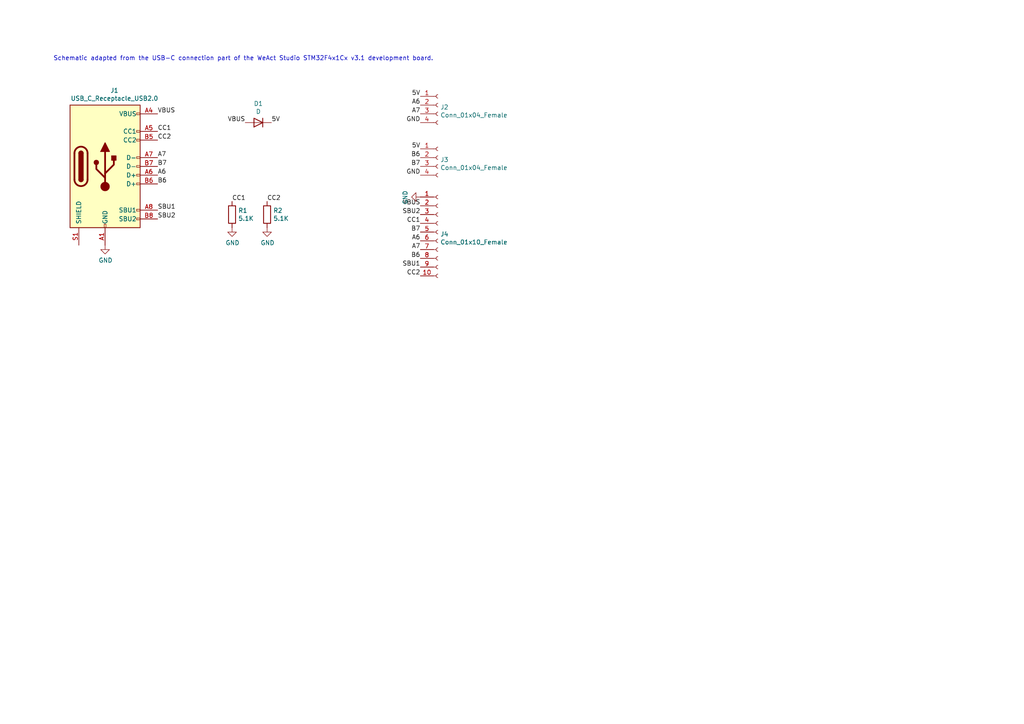
<source format=kicad_sch>
(kicad_sch (version 20230121) (generator eeschema)
  (paper "A4")
  (title_block (title "Connector USB-C 16-pin Soldering Practice") (date "2021-12-01") (comment 1 "Small PCB for soldering practice for a 16-pin USB-C Connector."))
  (lib_symbols
    (symbol "Connector:Conn_01x04_Female" (pin_names (offset 1.016) hide)
      (property "Reference" "J" (at 0 5.08 0))
      (property "Value" "Connector_Conn_01x04_Female" (at 0 -7.62 0))
      (symbol "Conn_01x04_Female_1_1"
        (arc (start 0 -4.572) (mid -0.5058 -5.08) (end 0 -5.588) (stroke (width 0.1524)))
        (arc (start 0 -2.032) (mid -0.5058 -2.54) (end 0 -3.048) (stroke (width 0.1524)))
        (polyline (pts (xy -1.27 -5.08) (xy -0.508 -5.08)) (stroke (width 0.1524)))
        (polyline (pts (xy -1.27 -2.54) (xy -0.508 -2.54)) (stroke (width 0.1524)))
        (polyline (pts (xy -1.27 0) (xy -0.508 0)) (stroke (width 0.1524)))
        (polyline (pts (xy -1.27 2.54) (xy -0.508 2.54)) (stroke (width 0.1524)))
        (arc (start 0 0.508) (mid -0.5058 0) (end 0 -0.508) (stroke (width 0.1524)))
        (arc (start 0 3.048) (mid -0.5058 2.54) (end 0 2.032) (stroke (width 0.1524)))
        (pin passive line (at -5.08 2.54 0) (length 3.81) (name "Pin_1") (number "1"))
        (pin passive line (at -5.08 0 0) (length 3.81) (name "Pin_2") (number "2"))
        (pin passive line (at -5.08 -2.54 0) (length 3.81) (name "Pin_3") (number "3"))
        (pin passive line (at -5.08 -5.08 0) (length 3.81) (name "Pin_4") (number "4"))
      )
    )
    (symbol "Connector:Conn_01x10_Female" (pin_names (offset 1.016) hide)
      (property "Reference" "J" (at 0 12.7 0))
      (property "Value" "Connector_Conn_01x10_Female" (at 0 -15.24 0))
      (symbol "Conn_01x10_Female_1_1"
        (arc (start 0 -12.192) (mid -0.5058 -12.7) (end 0 -13.208) (stroke (width 0.1524)))
        (arc (start 0 -9.652) (mid -0.5058 -10.16) (end 0 -10.668) (stroke (width 0.1524)))
        (arc (start 0 -7.112) (mid -0.5058 -7.62) (end 0 -8.128) (stroke (width 0.1524)))
        (arc (start 0 -4.572) (mid -0.5058 -5.08) (end 0 -5.588) (stroke (width 0.1524)))
        (arc (start 0 -2.032) (mid -0.5058 -2.54) (end 0 -3.048) (stroke (width 0.1524)))
        (polyline (pts (xy -1.27 -12.7) (xy -0.508 -12.7)) (stroke (width 0.1524)))
        (polyline (pts (xy -1.27 -10.16) (xy -0.508 -10.16)) (stroke (width 0.1524)))
        (polyline (pts (xy -1.27 -7.62) (xy -0.508 -7.62)) (stroke (width 0.1524)))
        (polyline (pts (xy -1.27 -5.08) (xy -0.508 -5.08)) (stroke (width 0.1524)))
        (polyline (pts (xy -1.27 -2.54) (xy -0.508 -2.54)) (stroke (width 0.1524)))
        (polyline (pts (xy -1.27 0) (xy -0.508 0)) (stroke (width 0.1524)))
        (polyline (pts (xy -1.27 2.54) (xy -0.508 2.54)) (stroke (width 0.1524)))
        (polyline (pts (xy -1.27 5.08) (xy -0.508 5.08)) (stroke (width 0.1524)))
        (polyline (pts (xy -1.27 7.62) (xy -0.508 7.62)) (stroke (width 0.1524)))
        (polyline (pts (xy -1.27 10.16) (xy -0.508 10.16)) (stroke (width 0.1524)))
        (arc (start 0 0.508) (mid -0.5058 0) (end 0 -0.508) (stroke (width 0.1524)))
        (arc (start 0 3.048) (mid -0.5058 2.54) (end 0 2.032) (stroke (width 0.1524)))
        (arc (start 0 5.588) (mid -0.5058 5.08) (end 0 4.572) (stroke (width 0.1524)))
        (arc (start 0 8.128) (mid -0.5058 7.62) (end 0 7.112) (stroke (width 0.1524)))
        (arc (start 0 10.668) (mid -0.5058 10.16) (end 0 9.652) (stroke (width 0.1524)))
        (pin passive line (at -5.08 10.16 0) (length 3.81) (name "Pin_1") (number "1"))
        (pin passive line (at -5.08 -12.7 0) (length 3.81) (name "Pin_10") (number "10"))
        (pin passive line (at -5.08 7.62 0) (length 3.81) (name "Pin_2") (number "2"))
        (pin passive line (at -5.08 5.08 0) (length 3.81) (name "Pin_3") (number "3"))
        (pin passive line (at -5.08 2.54 0) (length 3.81) (name "Pin_4") (number "4"))
        (pin passive line (at -5.08 0 0) (length 3.81) (name "Pin_5") (number "5"))
        (pin passive line (at -5.08 -2.54 0) (length 3.81) (name "Pin_6") (number "6"))
        (pin passive line (at -5.08 -5.08 0) (length 3.81) (name "Pin_7") (number "7"))
        (pin passive line (at -5.08 -7.62 0) (length 3.81) (name "Pin_8") (number "8"))
        (pin passive line (at -5.08 -10.16 0) (length 3.81) (name "Pin_9") (number "9"))
      )
    )
    (symbol "Connector:USB_C_Receptacle_USB2.0" (pin_names (offset 1.016))
      (property "Reference" "J" (at -10.16 19.05 0))
      (property "Value" "Connector_USB_C_Receptacle_USB2.0" (at 19.05 19.05 0))
      (symbol "USB_C_Receptacle_USB2.0_0_0"
        (rectangle (start -0.254 -17.78) (end 0.254 -16.764))
        (rectangle (start 10.16 -14.986) (end 9.144 -15.494))
        (rectangle (start 10.16 -12.446) (end 9.144 -12.954))
        (rectangle (start 10.16 -4.826) (end 9.144 -5.334))
        (rectangle (start 10.16 -2.286) (end 9.144 -2.794))
        (rectangle (start 10.16 0.254) (end 9.144 -0.254))
        (rectangle (start 10.16 2.794) (end 9.144 2.286))
        (rectangle (start 10.16 7.874) (end 9.144 7.366))
        (rectangle (start 10.16 10.414) (end 9.144 9.906))
        (rectangle (start 10.16 15.494) (end 9.144 14.986))
      )
      (symbol "USB_C_Receptacle_USB2.0_0_1"
        (rectangle (start -10.16 17.78) (end 10.16 -17.78) (stroke (width 0.254)) (fill (type background)))
        (arc (start -8.89 -3.81) (mid -6.985 -5.7067) (end -5.08 -3.81) (stroke (width 0.508)))
        (arc (start -7.62 -3.81) (mid -6.985 -4.4423) (end -6.35 -3.81) (stroke (width 0.254)))
        (arc (start -7.62 -3.81) (mid -6.985 -4.4423) (end -6.35 -3.81) (stroke (width 0.254)) (fill (type outline)))
        (rectangle (start -7.62 -3.81) (end -6.35 3.81) (stroke (width 0.254)) (fill (type outline)))
        (arc (start -6.35 3.81) (mid -6.985 4.4423) (end -7.62 3.81) (stroke (width 0.254)))
        (arc (start -6.35 3.81) (mid -6.985 4.4423) (end -7.62 3.81) (stroke (width 0.254)) (fill (type outline)))
        (arc (start -5.08 3.81) (mid -6.985 5.7067) (end -8.89 3.81) (stroke (width 0.508)))
        (circle (center -2.54 1.143) (radius 0.635) (stroke (width 0.254)) (fill (type outline)))
        (circle (center 0 -5.842) (radius 1.27) (fill (type outline)))
        (polyline (pts (xy -8.89 -3.81) (xy -8.89 3.81)) (stroke (width 0.508)))
        (polyline (pts (xy -5.08 3.81) (xy -5.08 -3.81)) (stroke (width 0.508)))
        (polyline (pts (xy 0 -5.842) (xy 0 4.318)) (stroke (width 0.508)))
        (polyline (pts (xy 0 -3.302) (xy -2.54 -0.762) (xy -2.54 0.508)) (stroke (width 0.508)))
        (polyline (pts (xy 0 -2.032) (xy 2.54 0.508) (xy 2.54 1.778)) (stroke (width 0.508)))
        (polyline (pts (xy -1.27 4.318) (xy 0 6.858) (xy 1.27 4.318) (xy -1.27 4.318)) (stroke (width 0.254)) (fill (type outline)))
        (rectangle (start 1.905 1.778) (end 3.175 3.048) (stroke (width 0.254)) (fill (type outline)))
      )
      (symbol "USB_C_Receptacle_USB2.0_1_1"
        (pin passive line (at 0 -22.86 90) (length 5.08) (name "GND") (number "A1"))
        (pin passive line (at 0 -22.86 90) (length 5.08) hide (name "GND") (number "A12"))
        (pin passive line (at 15.24 15.24 180) (length 5.08) (name "VBUS") (number "A4"))
        (pin bidirectional line (at 15.24 10.16 180) (length 5.08) (name "CC1") (number "A5"))
        (pin bidirectional line (at 15.24 -2.54 180) (length 5.08) (name "D+") (number "A6"))
        (pin bidirectional line (at 15.24 2.54 180) (length 5.08) (name "D-") (number "A7"))
        (pin bidirectional line (at 15.24 -12.7 180) (length 5.08) (name "SBU1") (number "A8"))
        (pin passive line (at 15.24 15.24 180) (length 5.08) hide (name "VBUS") (number "A9"))
        (pin passive line (at 0 -22.86 90) (length 5.08) hide (name "GND") (number "B1"))
        (pin passive line (at 0 -22.86 90) (length 5.08) hide (name "GND") (number "B12"))
        (pin passive line (at 15.24 15.24 180) (length 5.08) hide (name "VBUS") (number "B4"))
        (pin bidirectional line (at 15.24 7.62 180) (length 5.08) (name "CC2") (number "B5"))
        (pin bidirectional line (at 15.24 -5.08 180) (length 5.08) (name "D+") (number "B6"))
        (pin bidirectional line (at 15.24 0 180) (length 5.08) (name "D-") (number "B7"))
        (pin bidirectional line (at 15.24 -15.24 180) (length 5.08) (name "SBU2") (number "B8"))
        (pin passive line (at 15.24 15.24 180) (length 5.08) hide (name "VBUS") (number "B9"))
        (pin passive line (at -7.62 -22.86 90) (length 5.08) (name "SHIELD") (number "S1"))
      )
    )
    (symbol "Device:D" (pin_numbers hide) (pin_names (offset 1.016) hide)
      (property "Reference" "D" (at 0 2.54 0))
      (property "Value" "Device_D" (at 0 -2.54 0))
      (symbol "D_0_1"
        (polyline (pts (xy -1.27 1.27) (xy -1.27 -1.27)) (stroke (width 0.254)))
        (polyline (pts (xy 1.27 0) (xy -1.27 0)))
        (polyline (pts (xy 1.27 1.27) (xy 1.27 -1.27) (xy -1.27 0) (xy 1.27 1.27)) (stroke (width 0.254)))
      )
      (symbol "D_1_1"
        (pin passive line (at -3.81 0 0) (length 2.54) (name "K") (number "1"))
        (pin passive line (at 3.81 0 180) (length 2.54) (name "A") (number "2"))
      )
    )
    (symbol "Device:R" (pin_numbers hide) (pin_names (offset 0))
      (property "Reference" "R" (at 2.032 0 90))
      (property "Value" "Device_R" (at 0 0 90))
      (symbol "R_0_1"
        (rectangle (start -1.016 -2.54) (end 1.016 2.54) (stroke (width 0.254)))
      )
      (symbol "R_1_1"
        (pin passive line (at 0 3.81 270) (length 1.27) (name "~") (number "1"))
        (pin passive line (at 0 -3.81 90) (length 1.27) (name "~") (number "2"))
      )
    )
    (symbol "power:GND" (power) (pin_names (offset 0))
      (property "Value" "power_GND" (at 0 -3.81 0))
      (symbol "GND_0_1"
        (polyline (pts (xy 0 0) (xy 0 -1.27) (xy 1.27 -1.27) (xy 0 -2.54) (xy -1.27 -1.27) (xy 0 -1.27)))
      )
      (symbol "GND_1_1"
        (pin power_in line (at 0 0 270) (length 0) hide (name "GND") (number "1"))
      )
    )
  )
  (text "Schematic adapted from the USB-C connection part of the WeAct Studio STM32F4x1Cx v3.1 development board." (at 125.73 17.78 0) (effects (font (size 1.27 1.27)) (justify right bottom)))
  (label "CC2" (at 121.92 80.01 180))
  (label "SBU1" (at 121.92 77.47 180))
  (label "GND" (at 121.92 35.56 180))
  (label "VBUS" (at 45.72 33.02 0))
  (label "SBU2" (at 45.72 63.5 0))
  (label "B7" (at 121.92 48.26 180))
  (label "5V" (at 78.74 35.56 0))
  (label "A7" (at 121.92 72.39 180))
  (label "VBUS" (at 71.12 35.56 180))
  (label "5V" (at 121.92 43.18 180))
  (label "B6" (at 121.92 74.93 180))
  (label "CC1" (at 45.72 38.1 0))
  (label "B7" (at 45.72 48.26 0))
  (label "CC1" (at 67.31 58.42 0))
  (label "GND" (at 121.92 50.8 180))
  (label "A6" (at 45.72 50.8 0))
  (label "5V" (at 121.92 27.94 180))
  (label "B7" (at 121.92 67.31 180))
  (label "A7" (at 121.92 33.02 180))
  (label "A6" (at 121.92 30.48 180))
  (label "CC2" (at 77.47 58.42 0))
  (label "A6" (at 121.92 69.85 180))
  (label "CC2" (at 45.72 40.64 0))
  (label "VBUS" (at 121.92 59.69 180))
  (label "CC1" (at 121.92 64.77 180))
  (label "A7" (at 45.72 45.72 0))
  (label "B6" (at 45.72 53.34 0))
  (label "SBU2" (at 121.92 62.23 180))
  (label "B6" (at 121.92 45.72 180))
  (label "SBU1" (at 45.72 60.96 0))
  (symbol (lib_id "Connector:USB_C_Receptacle_USB2.0") (at 30.48 48.26 0) (unit 1)
    (property "Reference" "J1" (at 33.1978 26.2382 0))
    (property "Value" "USB_C_Receptacle_USB2.0" (at 33.1978 28.5496 0))
    (property "Footprint" "Connector_USB:USB_C_Receptacle_Palconn_UTC16-G" (effects hide))
    (property "Datasheet" "https://www.usb.org/sites/default/files/documents/usb_type-c.zip" (effects hide))
  )
  (symbol (lib_id "Device:R") (at 67.31 62.23 0) (unit 1)
    (property "Reference" "R1" (at 69.088 61.0616 0) (effects (justify left)))
    (property "Value" "5.1K" (at 69.088 63.373 0) (effects (justify left)))
    (property "Footprint" "Keebio-Parts:Resistor-Hybrid" (effects hide))
  )
  (symbol (lib_id "Device:R") (at 77.47 62.23 0) (unit 1)
    (property "Reference" "R2" (at 79.248 61.0616 0) (effects (justify left)))
    (property "Value" "5.1K" (at 79.248 63.373 0) (effects (justify left)))
    (property "Footprint" "Keebio-Parts:Resistor-Hybrid" (effects hide))
  )
  (symbol (lib_id "Device:D") (at 74.93 35.56 180) (unit 1)
    (property "Reference" "D1" (at 74.93 30.0482 0))
    (property "Value" "D" (at 74.93 32.3596 0))
    (property "Footprint" "Keebio-Parts:Diode-dual" (effects hide))
  )
  (symbol (lib_id "power:GND") (at 30.48 71.12 0) (unit 1)
    (property "Reference" "#PWR0101" (effects hide))
    (property "Value" "GND" (at 30.607 75.5142 0))
  )
  (symbol (lib_id "power:GND") (at 67.31 66.04 0) (unit 1)
    (property "Reference" "#PWR0102" (effects hide))
    (property "Value" "GND" (at 67.437 70.4342 0))
  )
  (symbol (lib_id "power:GND") (at 77.47 66.04 0) (unit 1)
    (property "Reference" "#PWR0103" (effects hide))
    (property "Value" "GND" (at 77.597 70.4342 0))
  )
  (symbol (lib_id "Connector:Conn_01x04_Female") (at 127 30.48 0) (unit 1)
    (property "Reference" "J2" (at 127.7112 31.0896 0) (effects (justify left)))
    (property "Value" "Conn_01x04_Female" (at 127.7112 33.401 0) (effects (justify left)))
    (property "Footprint" "Connector_PinHeader_2.54mm:PinHeader_1x04_P2.54mm_Vertical" (effects hide))
  )
  (symbol (lib_id "Connector:Conn_01x04_Female") (at 127 45.72 0) (unit 1)
    (property "Reference" "J3" (at 127.7112 46.3296 0) (effects (justify left)))
    (property "Value" "Conn_01x04_Female" (at 127.7112 48.641 0) (effects (justify left)))
    (property "Footprint" "Connector_PinHeader_2.54mm:PinHeader_1x04_P2.54mm_Vertical" (effects hide))
  )
  (symbol (lib_id "power:GND") (at 121.92 57.15 270) (unit 1)
    (property "Reference" "#PWR0104" (effects hide))
    (property "Value" "GND" (at 117.5258 57.277 0))
  )
  (symbol (lib_id "Connector:Conn_01x10_Female") (at 127 67.31 0) (unit 1)
    (property "Reference" "J4" (at 127.7112 67.9196 0) (effects (justify left)))
    (property "Value" "Conn_01x10_Female" (at 127.7112 70.231 0) (effects (justify left)))
    (property "Footprint" "Connector_PinHeader_2.54mm:PinHeader_1x10_P2.54mm_Vertical" (effects hide))
  )
)
</source>
